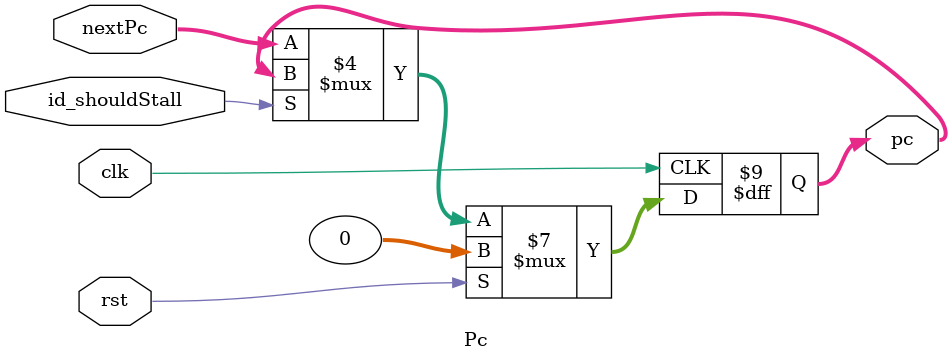
<source format=v>
`timescale 1ns / 1ps

module Pc (
		input clk,
		input rst,
		input id_shouldStall,
		input [31:0] nextPc,
		output reg [31:0] pc = 0
	);
	always @(posedge clk) begin
		if (rst) begin
			pc <= 0;
		end else if (id_shouldStall) begin
			pc <= pc;
		end else begin
			pc <= nextPc;
		end
	end
endmodule

</source>
